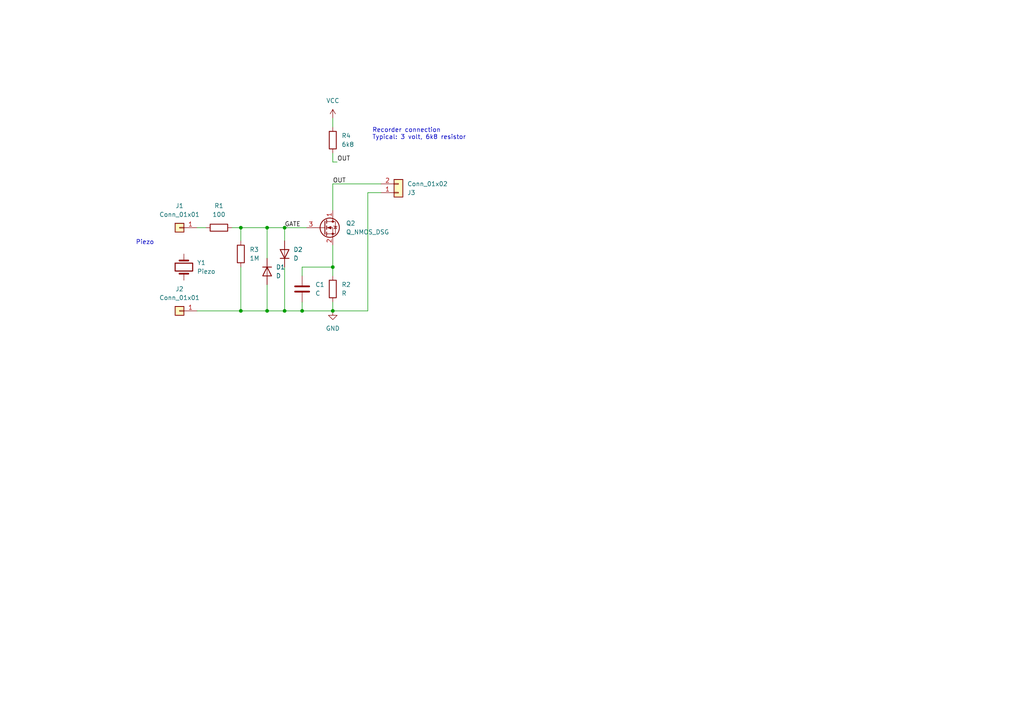
<source format=kicad_sch>
(kicad_sch (version 20231120) (generator "eeschema") (generator_version "8.0")
  (paper "A4")
  (lib_symbols
    (symbol "Connector_Generic:Conn_01x01" (pin_names (offset 1.016) hide)
      (property "Reference" "J" (at 0 2.54 0))
      (property "Value" "Conn_01x01" (at 0 -2.54 0))
      (symbol "Conn_01x01_1_1"
        (rectangle (start -1.27 0.127) (end 0 -0.127) (stroke (width 0.1524)))
        (rectangle (start -1.27 1.27) (end 1.27 -1.27) (stroke (width 0.254)) (fill (type background)))
        (pin passive line (at -5.08 0 0) (length 3.81) (name "Pin_1") (number "1"))
      )
    )
    (symbol "Connector_Generic:Conn_01x02" (pin_names (offset 1.016) hide)
      (property "Reference" "J" (at 0 2.54 0))
      (property "Value" "Conn_01x02" (at 0 -5.08 0))
      (symbol "Conn_01x02_1_1"
        (rectangle (start -1.27 -2.413) (end 0 -2.667) (stroke (width 0.1524)))
        (rectangle (start -1.27 0.127) (end 0 -0.127) (stroke (width 0.1524)))
        (rectangle (start -1.27 1.27) (end 1.27 -3.81) (stroke (width 0.254)) (fill (type background)))
        (pin passive line (at -5.08 0 0) (length 3.81) (name "Pin_1") (number "1"))
        (pin passive line (at -5.08 -2.54 0) (length 3.81) (name "Pin_2") (number "2"))
      )
    )
    (symbol "Device:C" (pin_numbers hide) (pin_names (offset 0.254))
      (property "Reference" "C" (at 0.635 2.54 0))
      (property "Value" "C" (at 0.635 -2.54 0))
      (symbol "C_0_1"
        (polyline (pts (xy -2.032 -0.762) (xy 2.032 -0.762)) (stroke (width 0.508)))
        (polyline (pts (xy -2.032 0.762) (xy 2.032 0.762)) (stroke (width 0.508)))
      )
      (symbol "C_1_1"
        (pin passive line (at 0 3.81 270) (length 2.794) (name "~") (number "1"))
        (pin passive line (at 0 -3.81 90) (length 2.794) (name "~") (number "2"))
      )
    )
    (symbol "Device:Crystal" (pin_numbers hide) (pin_names (offset 1.016) hide)
      (property "Reference" "Y" (at 0 3.81 0))
      (property "Value" "Crystal" (at 0 -3.81 0))
      (symbol "Crystal_0_1"
        (rectangle (start -1.143 2.54) (end 1.143 -2.54) (stroke (width 0.3048)))
        (polyline (pts (xy -2.54 0) (xy -1.905 0)))
        (polyline (pts (xy -1.905 -1.27) (xy -1.905 1.27)) (stroke (width 0.508)))
        (polyline (pts (xy 1.905 -1.27) (xy 1.905 1.27)) (stroke (width 0.508)))
        (polyline (pts (xy 2.54 0) (xy 1.905 0)))
      )
      (symbol "Crystal_1_1"
        (pin passive line (at -3.81 0 0) (length 1.27) (name "1") (number "1"))
        (pin passive line (at 3.81 0 180) (length 1.27) (name "2") (number "2"))
      )
    )
    (symbol "Device:D" (pin_numbers hide) (pin_names (offset 1.016) hide)
      (property "Reference" "D" (at 0 2.54 0))
      (property "Value" "D" (at 0 -2.54 0))
      (symbol "D_0_1"
        (polyline (pts (xy -1.27 1.27) (xy -1.27 -1.27)) (stroke (width 0.254)))
        (polyline (pts (xy 1.27 0) (xy -1.27 0)))
        (polyline (pts (xy 1.27 1.27) (xy 1.27 -1.27) (xy -1.27 0) (xy 1.27 1.27)) (stroke (width 0.254)))
      )
      (symbol "D_1_1"
        (pin passive line (at -3.81 0 0) (length 2.54) (name "K") (number "1"))
        (pin passive line (at 3.81 0 180) (length 2.54) (name "A") (number "2"))
      )
    )
    (symbol "Device:Q_NMOS_DSG" (pin_names (offset 0) hide)
      (property "Reference" "Q" (at 5.08 1.27 0))
      (property "Value" "Q_NMOS_DSG" (at 5.08 -1.27 0))
      (symbol "Q_NMOS_DSG_0_1"
        (polyline (pts (xy 0.254 0) (xy -2.54 0)))
        (polyline (pts (xy 0.254 1.905) (xy 0.254 -1.905)) (stroke (width 0.254)))
        (polyline (pts (xy 0.762 -1.27) (xy 0.762 -2.286)) (stroke (width 0.254)))
        (polyline (pts (xy 0.762 0.508) (xy 0.762 -0.508)) (stroke (width 0.254)))
        (polyline (pts (xy 0.762 2.286) (xy 0.762 1.27)) (stroke (width 0.254)))
        (polyline (pts (xy 2.54 2.54) (xy 2.54 1.778)))
        (polyline (pts (xy 2.54 -2.54) (xy 2.54 0) (xy 0.762 0)))
        (polyline (pts (xy 0.762 -1.778) (xy 3.302 -1.778) (xy 3.302 1.778) (xy 0.762 1.778)))
        (polyline (pts (xy 1.016 0) (xy 2.032 0.381) (xy 2.032 -0.381) (xy 1.016 0)) (fill (type outline)))
        (polyline (pts (xy 2.794 0.508) (xy 2.921 0.381) (xy 3.683 0.381) (xy 3.81 0.254)))
        (polyline (pts (xy 3.302 0.381) (xy 2.921 -0.254) (xy 3.683 -0.254) (xy 3.302 0.381)))
        (circle (center 1.651 0) (radius 2.794) (stroke (width 0.254)))
        (circle (center 2.54 -1.778) (radius 0.254) (fill (type outline)))
        (circle (center 2.54 1.778) (radius 0.254) (fill (type outline)))
      )
      (symbol "Q_NMOS_DSG_1_1"
        (pin passive line (at 2.54 5.08 270) (length 2.54) (name "D") (number "1"))
        (pin passive line (at 2.54 -5.08 90) (length 2.54) (name "S") (number "2"))
        (pin input line (at -5.08 0 0) (length 2.54) (name "G") (number "3"))
      )
    )
    (symbol "Device:R" (pin_numbers hide) (pin_names (offset 0))
      (property "Reference" "R" (at 2.032 0 90))
      (property "Value" "R" (at 0 0 90))
      (symbol "R_0_1"
        (rectangle (start -1.016 -2.54) (end 1.016 2.54) (stroke (width 0.254)))
      )
      (symbol "R_1_1"
        (pin passive line (at 0 3.81 270) (length 1.27) (name "~") (number "1"))
        (pin passive line (at 0 -3.81 90) (length 1.27) (name "~") (number "2"))
      )
    )
    (symbol "power:GND" (power) (pin_names (offset 0))
      (property "Value" "GND" (at 0 -3.81 0))
      (symbol "GND_0_1"
        (polyline (pts (xy 0 0) (xy 0 -1.27) (xy 1.27 -1.27) (xy 0 -2.54) (xy -1.27 -1.27) (xy 0 -1.27)))
      )
      (symbol "GND_1_1"
        (pin power_in line (at 0 0 270) (length 0) hide (name "GND") (number "1"))
      )
    )
    (symbol "power:VCC" (power) (pin_names (offset 0))
      (property "Value" "VCC" (at 0 3.81 0))
      (symbol "VCC_0_1"
        (polyline (pts (xy -0.762 1.27) (xy 0 2.54)))
        (polyline (pts (xy 0 0) (xy 0 2.54)))
        (polyline (pts (xy 0 2.54) (xy 0.762 1.27)))
      )
      (symbol "VCC_1_1"
        (pin power_in line (at 0 0 90) (length 0) hide (name "VCC") (number "1"))
      )
    )
  )
  (junction (at 87.63 90.17))
  (junction (at 69.85 66.04))
  (junction (at 77.47 90.17))
  (junction (at 82.55 66.04))
  (junction (at 96.52 77.47))
  (junction (at 69.85 90.17))
  (junction (at 82.55 90.17))
  (junction (at 77.47 66.04))
  (junction (at 96.52 90.17))
  (wire (pts (xy 77.47 82.55) (xy 77.47 90.17)))
  (wire (pts (xy 82.55 77.47) (xy 82.55 90.17)))
  (wire (pts (xy 69.85 66.04) (xy 77.47 66.04)))
  (wire (pts (xy 69.85 90.17) (xy 77.47 90.17)))
  (wire (pts (xy 96.52 87.63) (xy 96.52 90.17)))
  (wire (pts (xy 106.68 90.17) (xy 106.68 55.88)))
  (wire (pts (xy 57.15 66.04) (xy 59.69 66.04)))
  (wire (pts (xy 77.47 90.17) (xy 82.55 90.17)))
  (wire (pts (xy 87.63 87.63) (xy 87.63 90.17)))
  (wire (pts (xy 67.31 66.04) (xy 69.85 66.04)))
  (wire (pts (xy 87.63 77.47) (xy 87.63 80.01)))
  (wire (pts (xy 82.55 66.04) (xy 88.9 66.04)))
  (wire (pts (xy 82.55 90.17) (xy 87.63 90.17)))
  (wire (pts (xy 96.52 53.34) (xy 96.52 60.96)))
  (wire (pts (xy 69.85 66.04) (xy 69.85 69.85)))
  (wire (pts (xy 96.52 77.47) (xy 96.52 80.01)))
  (wire (pts (xy 82.55 69.85) (xy 82.55 66.04)))
  (wire (pts (xy 87.63 77.47) (xy 96.52 77.47)))
  (wire (pts (xy 96.52 46.99) (xy 96.52 44.45)))
  (wire (pts (xy 96.52 90.17) (xy 87.63 90.17)))
  (wire (pts (xy 69.85 77.47) (xy 69.85 90.17)))
  (wire (pts (xy 96.52 53.34) (xy 110.49 53.34)))
  (wire (pts (xy 69.85 90.17) (xy 57.15 90.17)))
  (wire (pts (xy 77.47 74.93) (xy 77.47 66.04)))
  (wire (pts (xy 96.52 71.12) (xy 96.52 77.47)))
  (wire (pts (xy 96.52 34.29) (xy 96.52 36.83)))
  (wire (pts (xy 106.68 55.88) (xy 110.49 55.88)))
  (wire (pts (xy 97.79 46.99) (xy 96.52 46.99)))
  (wire (pts (xy 77.47 66.04) (xy 82.55 66.04)))
  (wire (pts (xy 96.52 90.17) (xy 106.68 90.17)))
  (text "Piezo" (at 39.37 71.12 0) (effects (font (size 1.27 1.27)) (justify left bottom)))
  (text "Recorder connection\nTypical: 3 volt, 6k8 resistor" (at 107.95 40.64 0) (effects (font (size 1.27 1.27)) (justify left bottom)))
  (label "GATE" (at 82.55 66.04 0))
  (label "OUT" (at 96.52 53.34 0))
  (label "OUT" (at 97.79 46.99 0))
  (symbol (lib_id "Device:R") (at 63.5 66.04 90) (unit 1)
    (property "Reference" "R1" (at 63.5 59.69 90))
    (property "Value" "100" (at 63.5 62.23 90))
    (property "Footprint" "Resistor_SMD:R_0603_1608Metric_Pad0.98x0.95mm_HandSolder" (effects (hide yes)))
  )
  (symbol (lib_id "Connector_Generic:Conn_01x01") (at 52.07 90.17 180) (unit 1)
    (property "Reference" "J2" (at 52.07 83.82 0))
    (property "Value" "Conn_01x01" (at 52.07 86.36 0))
    (property "Footprint" "Connector_PinHeader_2.54mm:PinHeader_1x01_P2.54mm_Vertical" (effects (hide yes)))
  )
  (symbol (lib_id "Device:D") (at 82.55 73.66 90) (unit 1)
    (property "Reference" "D2" (at 85.09 72.39 90) (effects (justify right)))
    (property "Value" "D" (at 85.09 74.93 90) (effects (justify right)))
    (property "Footprint" "Diode_SMD:D_SOD-523" (effects (hide yes)))
    (property "Sim.Device" "D" (effects (hide yes)))
    (property "Sim.Pins" "1=K 2=A" (effects (hide yes)))
  )
  (symbol (lib_id "power:GND") (at 96.52 90.17 0) (unit 1)
    (property "Reference" "#PWR01" (effects (hide yes)))
    (property "Value" "GND" (at 96.52 95.25 0))
  )
  (symbol (lib_id "Connector_Generic:Conn_01x02") (at 115.57 55.88 0) (mirror x) (unit 1)
    (property "Reference" "J3" (at 118.11 55.88 0) (effects (justify left)))
    (property "Value" "Conn_01x02" (at 118.11 53.34 0) (effects (justify left)))
    (property "Footprint" "Connector_PinHeader_2.54mm:PinHeader_1x02_P2.54mm_Horizontal" (effects (hide yes)))
  )
  (symbol (lib_id "Device:D") (at 77.47 78.74 270) (unit 1)
    (property "Reference" "D1" (at 80.01 77.47 90) (effects (justify left)))
    (property "Value" "D" (at 80.01 80.01 90) (effects (justify left)))
    (property "Footprint" "Diode_SMD:D_SOD-523" (effects (hide yes)))
    (property "Sim.Device" "D" (effects (hide yes)))
    (property "Sim.Pins" "1=K 2=A" (effects (hide yes)))
  )
  (symbol (lib_id "Device:Q_NMOS_DSG") (at 93.98 66.04 0) (unit 1)
    (property "Reference" "Q2" (at 100.33 64.77 0) (effects (justify left)))
    (property "Value" "Q_NMOS_DSG" (at 100.33 67.31 0) (effects (justify left)))
    (property "Footprint" "Package_TO_SOT_SMD:SOT-23_Handsoldering" (effects (hide yes)))
  )
  (symbol (lib_id "Connector_Generic:Conn_01x01") (at 52.07 66.04 180) (unit 1)
    (property "Reference" "J1" (at 52.07 59.69 0))
    (property "Value" "Conn_01x01" (at 52.07 62.23 0))
    (property "Footprint" "Connector_PinHeader_2.54mm:PinHeader_1x01_P2.54mm_Vertical" (effects (hide yes)))
  )
  (symbol (lib_id "Device:R") (at 96.52 40.64 0) (unit 1) (in_bom no) (on_board no)
    (property "Reference" "R4" (at 99.06 39.37 0) (effects (justify left)))
    (property "Value" "6k8" (at 99.06 41.91 0) (effects (justify left)))
    (property "Footprint" "Resistor_SMD:R_0603_1608Metric_Pad0.98x0.95mm_HandSolder" (effects (hide yes)))
  )
  (symbol (lib_id "power:VCC") (at 96.52 34.29 0) (unit 1)
    (property "Reference" "#PWR02" (effects (hide yes)))
    (property "Value" "VCC" (at 96.52 29.21 0))
  )
  (symbol (lib_id "Device:C") (at 87.63 83.82 0) (unit 1)
    (property "Reference" "C1" (at 91.44 82.55 0) (effects (justify left)))
    (property "Value" "C" (at 91.44 85.09 0) (effects (justify left)))
    (property "Footprint" "Resistor_SMD:R_0603_1608Metric_Pad0.98x0.95mm_HandSolder" (effects (hide yes)))
  )
  (symbol (lib_id "Device:R") (at 69.85 73.66 0) (unit 1)
    (property "Reference" "R3" (at 72.39 72.39 0) (effects (justify left)))
    (property "Value" "1M" (at 72.39 74.93 0) (effects (justify left)))
    (property "Footprint" "Resistor_SMD:R_0603_1608Metric_Pad0.98x0.95mm_HandSolder" (effects (hide yes)))
  )
  (symbol (lib_id "Device:Crystal") (at 53.34 77.47 90) (unit 1) (on_board no)
    (property "Reference" "Y1" (at 57.15 76.2 90) (effects (justify right)))
    (property "Value" "Piezo" (at 57.15 78.74 90) (effects (justify right)))
  )
  (symbol (lib_id "Device:R") (at 96.52 83.82 0) (unit 1)
    (property "Reference" "R2" (at 99.06 82.55 0) (effects (justify left)))
    (property "Value" "R" (at 99.06 85.09 0) (effects (justify left)))
    (property "Footprint" "Resistor_SMD:R_0603_1608Metric_Pad0.98x0.95mm_HandSolder" (effects (hide yes)))
  )
)
</source>
